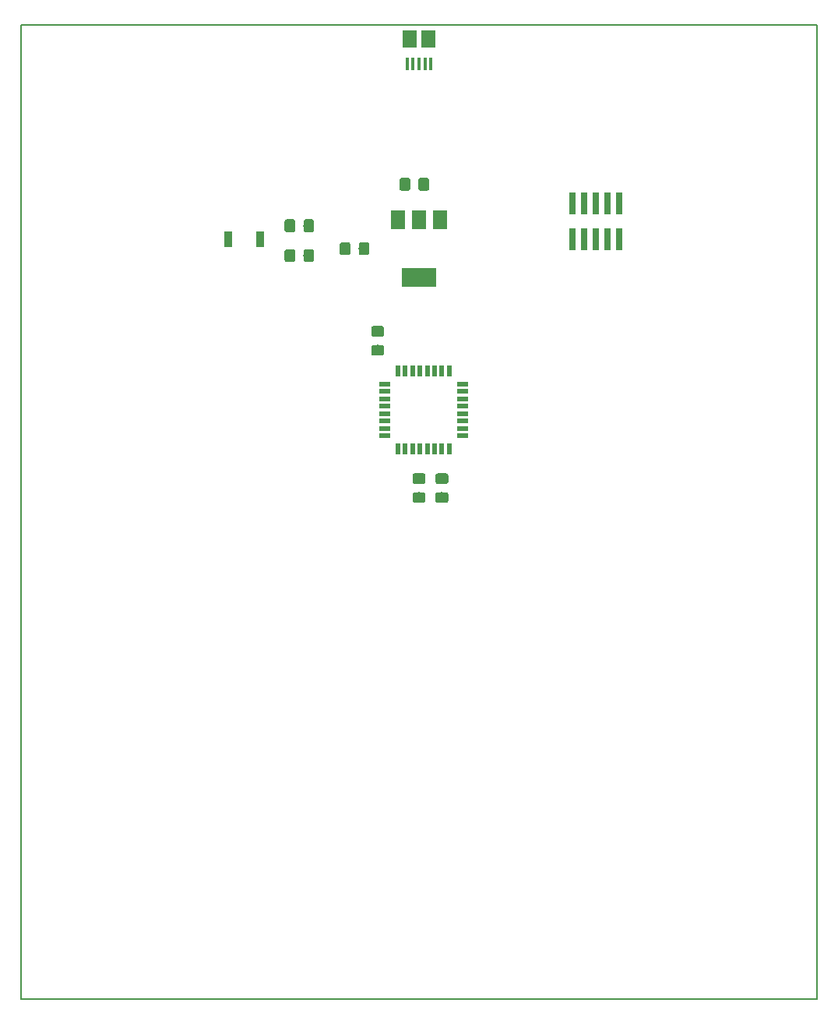
<source format=gbr>
%TF.GenerationSoftware,KiCad,Pcbnew,(5.0.2-5-10.14)*%
%TF.CreationDate,2019-04-08T21:19:03+10:00*%
%TF.ProjectId,macropod,6d616372-6f70-46f6-942e-6b696361645f,rev?*%
%TF.SameCoordinates,Original*%
%TF.FileFunction,Paste,Bot*%
%TF.FilePolarity,Positive*%
%FSLAX46Y46*%
G04 Gerber Fmt 4.6, Leading zero omitted, Abs format (unit mm)*
G04 Created by KiCad (PCBNEW (5.0.2-5-10.14)) date Monday, 08 April 2019 at 09:19:03 pm*
%MOMM*%
%LPD*%
G01*
G04 APERTURE LIST*
%ADD10C,0.150000*%
%ADD11C,1.150000*%
%ADD12R,1.500000X1.900000*%
%ADD13R,0.400000X1.350000*%
%ADD14R,0.740000X2.400000*%
%ADD15R,0.600000X1.200000*%
%ADD16R,1.200000X0.600000*%
%ADD17R,3.800000X2.000000*%
%ADD18R,1.500000X2.000000*%
%ADD19R,0.900000X1.700000*%
G04 APERTURE END LIST*
D10*
X29700000Y-28429951D02*
X29700000Y-134229951D01*
X29700000Y-134229951D02*
X116300000Y-134229951D01*
X116300000Y-28429951D02*
X116300000Y-134229951D01*
X29700000Y-28429951D02*
X116300000Y-28429951D01*
G36*
X73874505Y-45031155D02*
X73898773Y-45034755D01*
X73922572Y-45040716D01*
X73945671Y-45048981D01*
X73967850Y-45059471D01*
X73988893Y-45072083D01*
X74008599Y-45086698D01*
X74026777Y-45103174D01*
X74043253Y-45121352D01*
X74057868Y-45141058D01*
X74070480Y-45162101D01*
X74080970Y-45184280D01*
X74089235Y-45207379D01*
X74095196Y-45231178D01*
X74098796Y-45255446D01*
X74100000Y-45279950D01*
X74100000Y-46179952D01*
X74098796Y-46204456D01*
X74095196Y-46228724D01*
X74089235Y-46252523D01*
X74080970Y-46275622D01*
X74070480Y-46297801D01*
X74057868Y-46318844D01*
X74043253Y-46338550D01*
X74026777Y-46356728D01*
X74008599Y-46373204D01*
X73988893Y-46387819D01*
X73967850Y-46400431D01*
X73945671Y-46410921D01*
X73922572Y-46419186D01*
X73898773Y-46425147D01*
X73874505Y-46428747D01*
X73850001Y-46429951D01*
X73199999Y-46429951D01*
X73175495Y-46428747D01*
X73151227Y-46425147D01*
X73127428Y-46419186D01*
X73104329Y-46410921D01*
X73082150Y-46400431D01*
X73061107Y-46387819D01*
X73041401Y-46373204D01*
X73023223Y-46356728D01*
X73006747Y-46338550D01*
X72992132Y-46318844D01*
X72979520Y-46297801D01*
X72969030Y-46275622D01*
X72960765Y-46252523D01*
X72954804Y-46228724D01*
X72951204Y-46204456D01*
X72950000Y-46179952D01*
X72950000Y-45279950D01*
X72951204Y-45255446D01*
X72954804Y-45231178D01*
X72960765Y-45207379D01*
X72969030Y-45184280D01*
X72979520Y-45162101D01*
X72992132Y-45141058D01*
X73006747Y-45121352D01*
X73023223Y-45103174D01*
X73041401Y-45086698D01*
X73061107Y-45072083D01*
X73082150Y-45059471D01*
X73104329Y-45048981D01*
X73127428Y-45040716D01*
X73151227Y-45034755D01*
X73175495Y-45031155D01*
X73199999Y-45029951D01*
X73850001Y-45029951D01*
X73874505Y-45031155D01*
X73874505Y-45031155D01*
G37*
D11*
X73525000Y-45729951D03*
D10*
G36*
X71824505Y-45031155D02*
X71848773Y-45034755D01*
X71872572Y-45040716D01*
X71895671Y-45048981D01*
X71917850Y-45059471D01*
X71938893Y-45072083D01*
X71958599Y-45086698D01*
X71976777Y-45103174D01*
X71993253Y-45121352D01*
X72007868Y-45141058D01*
X72020480Y-45162101D01*
X72030970Y-45184280D01*
X72039235Y-45207379D01*
X72045196Y-45231178D01*
X72048796Y-45255446D01*
X72050000Y-45279950D01*
X72050000Y-46179952D01*
X72048796Y-46204456D01*
X72045196Y-46228724D01*
X72039235Y-46252523D01*
X72030970Y-46275622D01*
X72020480Y-46297801D01*
X72007868Y-46318844D01*
X71993253Y-46338550D01*
X71976777Y-46356728D01*
X71958599Y-46373204D01*
X71938893Y-46387819D01*
X71917850Y-46400431D01*
X71895671Y-46410921D01*
X71872572Y-46419186D01*
X71848773Y-46425147D01*
X71824505Y-46428747D01*
X71800001Y-46429951D01*
X71149999Y-46429951D01*
X71125495Y-46428747D01*
X71101227Y-46425147D01*
X71077428Y-46419186D01*
X71054329Y-46410921D01*
X71032150Y-46400431D01*
X71011107Y-46387819D01*
X70991401Y-46373204D01*
X70973223Y-46356728D01*
X70956747Y-46338550D01*
X70942132Y-46318844D01*
X70929520Y-46297801D01*
X70919030Y-46275622D01*
X70910765Y-46252523D01*
X70904804Y-46228724D01*
X70901204Y-46204456D01*
X70900000Y-46179952D01*
X70900000Y-45279950D01*
X70901204Y-45255446D01*
X70904804Y-45231178D01*
X70910765Y-45207379D01*
X70919030Y-45184280D01*
X70929520Y-45162101D01*
X70942132Y-45141058D01*
X70956747Y-45121352D01*
X70973223Y-45103174D01*
X70991401Y-45086698D01*
X71011107Y-45072083D01*
X71032150Y-45059471D01*
X71054329Y-45048981D01*
X71077428Y-45040716D01*
X71101227Y-45034755D01*
X71125495Y-45031155D01*
X71149999Y-45029951D01*
X71800001Y-45029951D01*
X71824505Y-45031155D01*
X71824505Y-45031155D01*
G37*
D11*
X71475000Y-45729951D03*
D10*
G36*
X67374505Y-52031155D02*
X67398773Y-52034755D01*
X67422572Y-52040716D01*
X67445671Y-52048981D01*
X67467850Y-52059471D01*
X67488893Y-52072083D01*
X67508599Y-52086698D01*
X67526777Y-52103174D01*
X67543253Y-52121352D01*
X67557868Y-52141058D01*
X67570480Y-52162101D01*
X67580970Y-52184280D01*
X67589235Y-52207379D01*
X67595196Y-52231178D01*
X67598796Y-52255446D01*
X67600000Y-52279950D01*
X67600000Y-53179952D01*
X67598796Y-53204456D01*
X67595196Y-53228724D01*
X67589235Y-53252523D01*
X67580970Y-53275622D01*
X67570480Y-53297801D01*
X67557868Y-53318844D01*
X67543253Y-53338550D01*
X67526777Y-53356728D01*
X67508599Y-53373204D01*
X67488893Y-53387819D01*
X67467850Y-53400431D01*
X67445671Y-53410921D01*
X67422572Y-53419186D01*
X67398773Y-53425147D01*
X67374505Y-53428747D01*
X67350001Y-53429951D01*
X66699999Y-53429951D01*
X66675495Y-53428747D01*
X66651227Y-53425147D01*
X66627428Y-53419186D01*
X66604329Y-53410921D01*
X66582150Y-53400431D01*
X66561107Y-53387819D01*
X66541401Y-53373204D01*
X66523223Y-53356728D01*
X66506747Y-53338550D01*
X66492132Y-53318844D01*
X66479520Y-53297801D01*
X66469030Y-53275622D01*
X66460765Y-53252523D01*
X66454804Y-53228724D01*
X66451204Y-53204456D01*
X66450000Y-53179952D01*
X66450000Y-52279950D01*
X66451204Y-52255446D01*
X66454804Y-52231178D01*
X66460765Y-52207379D01*
X66469030Y-52184280D01*
X66479520Y-52162101D01*
X66492132Y-52141058D01*
X66506747Y-52121352D01*
X66523223Y-52103174D01*
X66541401Y-52086698D01*
X66561107Y-52072083D01*
X66582150Y-52059471D01*
X66604329Y-52048981D01*
X66627428Y-52040716D01*
X66651227Y-52034755D01*
X66675495Y-52031155D01*
X66699999Y-52029951D01*
X67350001Y-52029951D01*
X67374505Y-52031155D01*
X67374505Y-52031155D01*
G37*
D11*
X67025000Y-52729951D03*
D10*
G36*
X65324505Y-52031155D02*
X65348773Y-52034755D01*
X65372572Y-52040716D01*
X65395671Y-52048981D01*
X65417850Y-52059471D01*
X65438893Y-52072083D01*
X65458599Y-52086698D01*
X65476777Y-52103174D01*
X65493253Y-52121352D01*
X65507868Y-52141058D01*
X65520480Y-52162101D01*
X65530970Y-52184280D01*
X65539235Y-52207379D01*
X65545196Y-52231178D01*
X65548796Y-52255446D01*
X65550000Y-52279950D01*
X65550000Y-53179952D01*
X65548796Y-53204456D01*
X65545196Y-53228724D01*
X65539235Y-53252523D01*
X65530970Y-53275622D01*
X65520480Y-53297801D01*
X65507868Y-53318844D01*
X65493253Y-53338550D01*
X65476777Y-53356728D01*
X65458599Y-53373204D01*
X65438893Y-53387819D01*
X65417850Y-53400431D01*
X65395671Y-53410921D01*
X65372572Y-53419186D01*
X65348773Y-53425147D01*
X65324505Y-53428747D01*
X65300001Y-53429951D01*
X64649999Y-53429951D01*
X64625495Y-53428747D01*
X64601227Y-53425147D01*
X64577428Y-53419186D01*
X64554329Y-53410921D01*
X64532150Y-53400431D01*
X64511107Y-53387819D01*
X64491401Y-53373204D01*
X64473223Y-53356728D01*
X64456747Y-53338550D01*
X64442132Y-53318844D01*
X64429520Y-53297801D01*
X64419030Y-53275622D01*
X64410765Y-53252523D01*
X64404804Y-53228724D01*
X64401204Y-53204456D01*
X64400000Y-53179952D01*
X64400000Y-52279950D01*
X64401204Y-52255446D01*
X64404804Y-52231178D01*
X64410765Y-52207379D01*
X64419030Y-52184280D01*
X64429520Y-52162101D01*
X64442132Y-52141058D01*
X64456747Y-52121352D01*
X64473223Y-52103174D01*
X64491401Y-52086698D01*
X64511107Y-52072083D01*
X64532150Y-52059471D01*
X64554329Y-52048981D01*
X64577428Y-52040716D01*
X64601227Y-52034755D01*
X64625495Y-52031155D01*
X64649999Y-52029951D01*
X65300001Y-52029951D01*
X65324505Y-52031155D01*
X65324505Y-52031155D01*
G37*
D11*
X64975000Y-52729951D03*
D10*
G36*
X75974505Y-77131155D02*
X75998773Y-77134755D01*
X76022572Y-77140716D01*
X76045671Y-77148981D01*
X76067850Y-77159471D01*
X76088893Y-77172083D01*
X76108599Y-77186698D01*
X76126777Y-77203174D01*
X76143253Y-77221352D01*
X76157868Y-77241058D01*
X76170480Y-77262101D01*
X76180970Y-77284280D01*
X76189235Y-77307379D01*
X76195196Y-77331178D01*
X76198796Y-77355446D01*
X76200000Y-77379950D01*
X76200000Y-78029952D01*
X76198796Y-78054456D01*
X76195196Y-78078724D01*
X76189235Y-78102523D01*
X76180970Y-78125622D01*
X76170480Y-78147801D01*
X76157868Y-78168844D01*
X76143253Y-78188550D01*
X76126777Y-78206728D01*
X76108599Y-78223204D01*
X76088893Y-78237819D01*
X76067850Y-78250431D01*
X76045671Y-78260921D01*
X76022572Y-78269186D01*
X75998773Y-78275147D01*
X75974505Y-78278747D01*
X75950001Y-78279951D01*
X75049999Y-78279951D01*
X75025495Y-78278747D01*
X75001227Y-78275147D01*
X74977428Y-78269186D01*
X74954329Y-78260921D01*
X74932150Y-78250431D01*
X74911107Y-78237819D01*
X74891401Y-78223204D01*
X74873223Y-78206728D01*
X74856747Y-78188550D01*
X74842132Y-78168844D01*
X74829520Y-78147801D01*
X74819030Y-78125622D01*
X74810765Y-78102523D01*
X74804804Y-78078724D01*
X74801204Y-78054456D01*
X74800000Y-78029952D01*
X74800000Y-77379950D01*
X74801204Y-77355446D01*
X74804804Y-77331178D01*
X74810765Y-77307379D01*
X74819030Y-77284280D01*
X74829520Y-77262101D01*
X74842132Y-77241058D01*
X74856747Y-77221352D01*
X74873223Y-77203174D01*
X74891401Y-77186698D01*
X74911107Y-77172083D01*
X74932150Y-77159471D01*
X74954329Y-77148981D01*
X74977428Y-77140716D01*
X75001227Y-77134755D01*
X75025495Y-77131155D01*
X75049999Y-77129951D01*
X75950001Y-77129951D01*
X75974505Y-77131155D01*
X75974505Y-77131155D01*
G37*
D11*
X75500000Y-77704951D03*
D10*
G36*
X75974505Y-79181155D02*
X75998773Y-79184755D01*
X76022572Y-79190716D01*
X76045671Y-79198981D01*
X76067850Y-79209471D01*
X76088893Y-79222083D01*
X76108599Y-79236698D01*
X76126777Y-79253174D01*
X76143253Y-79271352D01*
X76157868Y-79291058D01*
X76170480Y-79312101D01*
X76180970Y-79334280D01*
X76189235Y-79357379D01*
X76195196Y-79381178D01*
X76198796Y-79405446D01*
X76200000Y-79429950D01*
X76200000Y-80079952D01*
X76198796Y-80104456D01*
X76195196Y-80128724D01*
X76189235Y-80152523D01*
X76180970Y-80175622D01*
X76170480Y-80197801D01*
X76157868Y-80218844D01*
X76143253Y-80238550D01*
X76126777Y-80256728D01*
X76108599Y-80273204D01*
X76088893Y-80287819D01*
X76067850Y-80300431D01*
X76045671Y-80310921D01*
X76022572Y-80319186D01*
X75998773Y-80325147D01*
X75974505Y-80328747D01*
X75950001Y-80329951D01*
X75049999Y-80329951D01*
X75025495Y-80328747D01*
X75001227Y-80325147D01*
X74977428Y-80319186D01*
X74954329Y-80310921D01*
X74932150Y-80300431D01*
X74911107Y-80287819D01*
X74891401Y-80273204D01*
X74873223Y-80256728D01*
X74856747Y-80238550D01*
X74842132Y-80218844D01*
X74829520Y-80197801D01*
X74819030Y-80175622D01*
X74810765Y-80152523D01*
X74804804Y-80128724D01*
X74801204Y-80104456D01*
X74800000Y-80079952D01*
X74800000Y-79429950D01*
X74801204Y-79405446D01*
X74804804Y-79381178D01*
X74810765Y-79357379D01*
X74819030Y-79334280D01*
X74829520Y-79312101D01*
X74842132Y-79291058D01*
X74856747Y-79271352D01*
X74873223Y-79253174D01*
X74891401Y-79236698D01*
X74911107Y-79222083D01*
X74932150Y-79209471D01*
X74954329Y-79198981D01*
X74977428Y-79190716D01*
X75001227Y-79184755D01*
X75025495Y-79181155D01*
X75049999Y-79179951D01*
X75950001Y-79179951D01*
X75974505Y-79181155D01*
X75974505Y-79181155D01*
G37*
D11*
X75500000Y-79754951D03*
D10*
G36*
X68974505Y-63181155D02*
X68998773Y-63184755D01*
X69022572Y-63190716D01*
X69045671Y-63198981D01*
X69067850Y-63209471D01*
X69088893Y-63222083D01*
X69108599Y-63236698D01*
X69126777Y-63253174D01*
X69143253Y-63271352D01*
X69157868Y-63291058D01*
X69170480Y-63312101D01*
X69180970Y-63334280D01*
X69189235Y-63357379D01*
X69195196Y-63381178D01*
X69198796Y-63405446D01*
X69200000Y-63429950D01*
X69200000Y-64079952D01*
X69198796Y-64104456D01*
X69195196Y-64128724D01*
X69189235Y-64152523D01*
X69180970Y-64175622D01*
X69170480Y-64197801D01*
X69157868Y-64218844D01*
X69143253Y-64238550D01*
X69126777Y-64256728D01*
X69108599Y-64273204D01*
X69088893Y-64287819D01*
X69067850Y-64300431D01*
X69045671Y-64310921D01*
X69022572Y-64319186D01*
X68998773Y-64325147D01*
X68974505Y-64328747D01*
X68950001Y-64329951D01*
X68049999Y-64329951D01*
X68025495Y-64328747D01*
X68001227Y-64325147D01*
X67977428Y-64319186D01*
X67954329Y-64310921D01*
X67932150Y-64300431D01*
X67911107Y-64287819D01*
X67891401Y-64273204D01*
X67873223Y-64256728D01*
X67856747Y-64238550D01*
X67842132Y-64218844D01*
X67829520Y-64197801D01*
X67819030Y-64175622D01*
X67810765Y-64152523D01*
X67804804Y-64128724D01*
X67801204Y-64104456D01*
X67800000Y-64079952D01*
X67800000Y-63429950D01*
X67801204Y-63405446D01*
X67804804Y-63381178D01*
X67810765Y-63357379D01*
X67819030Y-63334280D01*
X67829520Y-63312101D01*
X67842132Y-63291058D01*
X67856747Y-63271352D01*
X67873223Y-63253174D01*
X67891401Y-63236698D01*
X67911107Y-63222083D01*
X67932150Y-63209471D01*
X67954329Y-63198981D01*
X67977428Y-63190716D01*
X68001227Y-63184755D01*
X68025495Y-63181155D01*
X68049999Y-63179951D01*
X68950001Y-63179951D01*
X68974505Y-63181155D01*
X68974505Y-63181155D01*
G37*
D11*
X68500000Y-63754951D03*
D10*
G36*
X68974505Y-61131155D02*
X68998773Y-61134755D01*
X69022572Y-61140716D01*
X69045671Y-61148981D01*
X69067850Y-61159471D01*
X69088893Y-61172083D01*
X69108599Y-61186698D01*
X69126777Y-61203174D01*
X69143253Y-61221352D01*
X69157868Y-61241058D01*
X69170480Y-61262101D01*
X69180970Y-61284280D01*
X69189235Y-61307379D01*
X69195196Y-61331178D01*
X69198796Y-61355446D01*
X69200000Y-61379950D01*
X69200000Y-62029952D01*
X69198796Y-62054456D01*
X69195196Y-62078724D01*
X69189235Y-62102523D01*
X69180970Y-62125622D01*
X69170480Y-62147801D01*
X69157868Y-62168844D01*
X69143253Y-62188550D01*
X69126777Y-62206728D01*
X69108599Y-62223204D01*
X69088893Y-62237819D01*
X69067850Y-62250431D01*
X69045671Y-62260921D01*
X69022572Y-62269186D01*
X68998773Y-62275147D01*
X68974505Y-62278747D01*
X68950001Y-62279951D01*
X68049999Y-62279951D01*
X68025495Y-62278747D01*
X68001227Y-62275147D01*
X67977428Y-62269186D01*
X67954329Y-62260921D01*
X67932150Y-62250431D01*
X67911107Y-62237819D01*
X67891401Y-62223204D01*
X67873223Y-62206728D01*
X67856747Y-62188550D01*
X67842132Y-62168844D01*
X67829520Y-62147801D01*
X67819030Y-62125622D01*
X67810765Y-62102523D01*
X67804804Y-62078724D01*
X67801204Y-62054456D01*
X67800000Y-62029952D01*
X67800000Y-61379950D01*
X67801204Y-61355446D01*
X67804804Y-61331178D01*
X67810765Y-61307379D01*
X67819030Y-61284280D01*
X67829520Y-61262101D01*
X67842132Y-61241058D01*
X67856747Y-61221352D01*
X67873223Y-61203174D01*
X67891401Y-61186698D01*
X67911107Y-61172083D01*
X67932150Y-61159471D01*
X67954329Y-61148981D01*
X67977428Y-61140716D01*
X68001227Y-61134755D01*
X68025495Y-61131155D01*
X68049999Y-61129951D01*
X68950001Y-61129951D01*
X68974505Y-61131155D01*
X68974505Y-61131155D01*
G37*
D11*
X68500000Y-61704951D03*
D12*
X72000000Y-29922451D03*
D13*
X73000000Y-32622451D03*
X73650000Y-32622451D03*
X74300000Y-32622451D03*
X71700000Y-32622451D03*
X72350000Y-32622451D03*
D12*
X74000000Y-29922451D03*
D14*
X94780000Y-51690000D03*
X94780000Y-47790000D03*
X93510000Y-51690000D03*
X93510000Y-47790000D03*
X92240000Y-51690000D03*
X92240000Y-47790000D03*
X90970000Y-51690000D03*
X90970000Y-47790000D03*
X89700000Y-51690000D03*
X89700000Y-47790000D03*
D15*
X76300000Y-74479951D03*
X75500000Y-74479951D03*
X74700000Y-74479951D03*
X73900000Y-74479951D03*
X73100000Y-74479951D03*
X72300000Y-74479951D03*
X71500000Y-74479951D03*
X70700000Y-74479951D03*
D16*
X69250000Y-73029951D03*
X69250000Y-72229951D03*
X69250000Y-71429951D03*
X69250000Y-70629951D03*
X69250000Y-69829951D03*
X69250000Y-69029951D03*
X69250000Y-68229951D03*
X69250000Y-67429951D03*
D15*
X70700000Y-65979951D03*
X71500000Y-65979951D03*
X72300000Y-65979951D03*
X73100000Y-65979951D03*
X73900000Y-65979951D03*
X74700000Y-65979951D03*
X75500000Y-65979951D03*
X76300000Y-65979951D03*
D16*
X77750000Y-67429951D03*
X77750000Y-68229951D03*
X77750000Y-69029951D03*
X77750000Y-69829951D03*
X77750000Y-70629951D03*
X77750000Y-71429951D03*
X77750000Y-72229951D03*
X77750000Y-73029951D03*
D17*
X73000000Y-55879951D03*
D18*
X73000000Y-49579951D03*
X75300000Y-49579951D03*
X70700000Y-49579951D03*
D10*
G36*
X73474505Y-77131155D02*
X73498773Y-77134755D01*
X73522572Y-77140716D01*
X73545671Y-77148981D01*
X73567850Y-77159471D01*
X73588893Y-77172083D01*
X73608599Y-77186698D01*
X73626777Y-77203174D01*
X73643253Y-77221352D01*
X73657868Y-77241058D01*
X73670480Y-77262101D01*
X73680970Y-77284280D01*
X73689235Y-77307379D01*
X73695196Y-77331178D01*
X73698796Y-77355446D01*
X73700000Y-77379950D01*
X73700000Y-78029952D01*
X73698796Y-78054456D01*
X73695196Y-78078724D01*
X73689235Y-78102523D01*
X73680970Y-78125622D01*
X73670480Y-78147801D01*
X73657868Y-78168844D01*
X73643253Y-78188550D01*
X73626777Y-78206728D01*
X73608599Y-78223204D01*
X73588893Y-78237819D01*
X73567850Y-78250431D01*
X73545671Y-78260921D01*
X73522572Y-78269186D01*
X73498773Y-78275147D01*
X73474505Y-78278747D01*
X73450001Y-78279951D01*
X72549999Y-78279951D01*
X72525495Y-78278747D01*
X72501227Y-78275147D01*
X72477428Y-78269186D01*
X72454329Y-78260921D01*
X72432150Y-78250431D01*
X72411107Y-78237819D01*
X72391401Y-78223204D01*
X72373223Y-78206728D01*
X72356747Y-78188550D01*
X72342132Y-78168844D01*
X72329520Y-78147801D01*
X72319030Y-78125622D01*
X72310765Y-78102523D01*
X72304804Y-78078724D01*
X72301204Y-78054456D01*
X72300000Y-78029952D01*
X72300000Y-77379950D01*
X72301204Y-77355446D01*
X72304804Y-77331178D01*
X72310765Y-77307379D01*
X72319030Y-77284280D01*
X72329520Y-77262101D01*
X72342132Y-77241058D01*
X72356747Y-77221352D01*
X72373223Y-77203174D01*
X72391401Y-77186698D01*
X72411107Y-77172083D01*
X72432150Y-77159471D01*
X72454329Y-77148981D01*
X72477428Y-77140716D01*
X72501227Y-77134755D01*
X72525495Y-77131155D01*
X72549999Y-77129951D01*
X73450001Y-77129951D01*
X73474505Y-77131155D01*
X73474505Y-77131155D01*
G37*
D11*
X73000000Y-77704951D03*
D10*
G36*
X73474505Y-79181155D02*
X73498773Y-79184755D01*
X73522572Y-79190716D01*
X73545671Y-79198981D01*
X73567850Y-79209471D01*
X73588893Y-79222083D01*
X73608599Y-79236698D01*
X73626777Y-79253174D01*
X73643253Y-79271352D01*
X73657868Y-79291058D01*
X73670480Y-79312101D01*
X73680970Y-79334280D01*
X73689235Y-79357379D01*
X73695196Y-79381178D01*
X73698796Y-79405446D01*
X73700000Y-79429950D01*
X73700000Y-80079952D01*
X73698796Y-80104456D01*
X73695196Y-80128724D01*
X73689235Y-80152523D01*
X73680970Y-80175622D01*
X73670480Y-80197801D01*
X73657868Y-80218844D01*
X73643253Y-80238550D01*
X73626777Y-80256728D01*
X73608599Y-80273204D01*
X73588893Y-80287819D01*
X73567850Y-80300431D01*
X73545671Y-80310921D01*
X73522572Y-80319186D01*
X73498773Y-80325147D01*
X73474505Y-80328747D01*
X73450001Y-80329951D01*
X72549999Y-80329951D01*
X72525495Y-80328747D01*
X72501227Y-80325147D01*
X72477428Y-80319186D01*
X72454329Y-80310921D01*
X72432150Y-80300431D01*
X72411107Y-80287819D01*
X72391401Y-80273204D01*
X72373223Y-80256728D01*
X72356747Y-80238550D01*
X72342132Y-80218844D01*
X72329520Y-80197801D01*
X72319030Y-80175622D01*
X72310765Y-80152523D01*
X72304804Y-80128724D01*
X72301204Y-80104456D01*
X72300000Y-80079952D01*
X72300000Y-79429950D01*
X72301204Y-79405446D01*
X72304804Y-79381178D01*
X72310765Y-79357379D01*
X72319030Y-79334280D01*
X72329520Y-79312101D01*
X72342132Y-79291058D01*
X72356747Y-79271352D01*
X72373223Y-79253174D01*
X72391401Y-79236698D01*
X72411107Y-79222083D01*
X72432150Y-79209471D01*
X72454329Y-79198981D01*
X72477428Y-79190716D01*
X72501227Y-79184755D01*
X72525495Y-79181155D01*
X72549999Y-79179951D01*
X73450001Y-79179951D01*
X73474505Y-79181155D01*
X73474505Y-79181155D01*
G37*
D11*
X73000000Y-79754951D03*
D10*
G36*
X61374505Y-52781155D02*
X61398773Y-52784755D01*
X61422572Y-52790716D01*
X61445671Y-52798981D01*
X61467850Y-52809471D01*
X61488893Y-52822083D01*
X61508599Y-52836698D01*
X61526777Y-52853174D01*
X61543253Y-52871352D01*
X61557868Y-52891058D01*
X61570480Y-52912101D01*
X61580970Y-52934280D01*
X61589235Y-52957379D01*
X61595196Y-52981178D01*
X61598796Y-53005446D01*
X61600000Y-53029950D01*
X61600000Y-53929952D01*
X61598796Y-53954456D01*
X61595196Y-53978724D01*
X61589235Y-54002523D01*
X61580970Y-54025622D01*
X61570480Y-54047801D01*
X61557868Y-54068844D01*
X61543253Y-54088550D01*
X61526777Y-54106728D01*
X61508599Y-54123204D01*
X61488893Y-54137819D01*
X61467850Y-54150431D01*
X61445671Y-54160921D01*
X61422572Y-54169186D01*
X61398773Y-54175147D01*
X61374505Y-54178747D01*
X61350001Y-54179951D01*
X60699999Y-54179951D01*
X60675495Y-54178747D01*
X60651227Y-54175147D01*
X60627428Y-54169186D01*
X60604329Y-54160921D01*
X60582150Y-54150431D01*
X60561107Y-54137819D01*
X60541401Y-54123204D01*
X60523223Y-54106728D01*
X60506747Y-54088550D01*
X60492132Y-54068844D01*
X60479520Y-54047801D01*
X60469030Y-54025622D01*
X60460765Y-54002523D01*
X60454804Y-53978724D01*
X60451204Y-53954456D01*
X60450000Y-53929952D01*
X60450000Y-53029950D01*
X60451204Y-53005446D01*
X60454804Y-52981178D01*
X60460765Y-52957379D01*
X60469030Y-52934280D01*
X60479520Y-52912101D01*
X60492132Y-52891058D01*
X60506747Y-52871352D01*
X60523223Y-52853174D01*
X60541401Y-52836698D01*
X60561107Y-52822083D01*
X60582150Y-52809471D01*
X60604329Y-52798981D01*
X60627428Y-52790716D01*
X60651227Y-52784755D01*
X60675495Y-52781155D01*
X60699999Y-52779951D01*
X61350001Y-52779951D01*
X61374505Y-52781155D01*
X61374505Y-52781155D01*
G37*
D11*
X61025000Y-53479951D03*
D10*
G36*
X59324505Y-52781155D02*
X59348773Y-52784755D01*
X59372572Y-52790716D01*
X59395671Y-52798981D01*
X59417850Y-52809471D01*
X59438893Y-52822083D01*
X59458599Y-52836698D01*
X59476777Y-52853174D01*
X59493253Y-52871352D01*
X59507868Y-52891058D01*
X59520480Y-52912101D01*
X59530970Y-52934280D01*
X59539235Y-52957379D01*
X59545196Y-52981178D01*
X59548796Y-53005446D01*
X59550000Y-53029950D01*
X59550000Y-53929952D01*
X59548796Y-53954456D01*
X59545196Y-53978724D01*
X59539235Y-54002523D01*
X59530970Y-54025622D01*
X59520480Y-54047801D01*
X59507868Y-54068844D01*
X59493253Y-54088550D01*
X59476777Y-54106728D01*
X59458599Y-54123204D01*
X59438893Y-54137819D01*
X59417850Y-54150431D01*
X59395671Y-54160921D01*
X59372572Y-54169186D01*
X59348773Y-54175147D01*
X59324505Y-54178747D01*
X59300001Y-54179951D01*
X58649999Y-54179951D01*
X58625495Y-54178747D01*
X58601227Y-54175147D01*
X58577428Y-54169186D01*
X58554329Y-54160921D01*
X58532150Y-54150431D01*
X58511107Y-54137819D01*
X58491401Y-54123204D01*
X58473223Y-54106728D01*
X58456747Y-54088550D01*
X58442132Y-54068844D01*
X58429520Y-54047801D01*
X58419030Y-54025622D01*
X58410765Y-54002523D01*
X58404804Y-53978724D01*
X58401204Y-53954456D01*
X58400000Y-53929952D01*
X58400000Y-53029950D01*
X58401204Y-53005446D01*
X58404804Y-52981178D01*
X58410765Y-52957379D01*
X58419030Y-52934280D01*
X58429520Y-52912101D01*
X58442132Y-52891058D01*
X58456747Y-52871352D01*
X58473223Y-52853174D01*
X58491401Y-52836698D01*
X58511107Y-52822083D01*
X58532150Y-52809471D01*
X58554329Y-52798981D01*
X58577428Y-52790716D01*
X58601227Y-52784755D01*
X58625495Y-52781155D01*
X58649999Y-52779951D01*
X59300001Y-52779951D01*
X59324505Y-52781155D01*
X59324505Y-52781155D01*
G37*
D11*
X58975000Y-53479951D03*
D10*
G36*
X61374505Y-49531155D02*
X61398773Y-49534755D01*
X61422572Y-49540716D01*
X61445671Y-49548981D01*
X61467850Y-49559471D01*
X61488893Y-49572083D01*
X61508599Y-49586698D01*
X61526777Y-49603174D01*
X61543253Y-49621352D01*
X61557868Y-49641058D01*
X61570480Y-49662101D01*
X61580970Y-49684280D01*
X61589235Y-49707379D01*
X61595196Y-49731178D01*
X61598796Y-49755446D01*
X61600000Y-49779950D01*
X61600000Y-50679952D01*
X61598796Y-50704456D01*
X61595196Y-50728724D01*
X61589235Y-50752523D01*
X61580970Y-50775622D01*
X61570480Y-50797801D01*
X61557868Y-50818844D01*
X61543253Y-50838550D01*
X61526777Y-50856728D01*
X61508599Y-50873204D01*
X61488893Y-50887819D01*
X61467850Y-50900431D01*
X61445671Y-50910921D01*
X61422572Y-50919186D01*
X61398773Y-50925147D01*
X61374505Y-50928747D01*
X61350001Y-50929951D01*
X60699999Y-50929951D01*
X60675495Y-50928747D01*
X60651227Y-50925147D01*
X60627428Y-50919186D01*
X60604329Y-50910921D01*
X60582150Y-50900431D01*
X60561107Y-50887819D01*
X60541401Y-50873204D01*
X60523223Y-50856728D01*
X60506747Y-50838550D01*
X60492132Y-50818844D01*
X60479520Y-50797801D01*
X60469030Y-50775622D01*
X60460765Y-50752523D01*
X60454804Y-50728724D01*
X60451204Y-50704456D01*
X60450000Y-50679952D01*
X60450000Y-49779950D01*
X60451204Y-49755446D01*
X60454804Y-49731178D01*
X60460765Y-49707379D01*
X60469030Y-49684280D01*
X60479520Y-49662101D01*
X60492132Y-49641058D01*
X60506747Y-49621352D01*
X60523223Y-49603174D01*
X60541401Y-49586698D01*
X60561107Y-49572083D01*
X60582150Y-49559471D01*
X60604329Y-49548981D01*
X60627428Y-49540716D01*
X60651227Y-49534755D01*
X60675495Y-49531155D01*
X60699999Y-49529951D01*
X61350001Y-49529951D01*
X61374505Y-49531155D01*
X61374505Y-49531155D01*
G37*
D11*
X61025000Y-50229951D03*
D10*
G36*
X59324505Y-49531155D02*
X59348773Y-49534755D01*
X59372572Y-49540716D01*
X59395671Y-49548981D01*
X59417850Y-49559471D01*
X59438893Y-49572083D01*
X59458599Y-49586698D01*
X59476777Y-49603174D01*
X59493253Y-49621352D01*
X59507868Y-49641058D01*
X59520480Y-49662101D01*
X59530970Y-49684280D01*
X59539235Y-49707379D01*
X59545196Y-49731178D01*
X59548796Y-49755446D01*
X59550000Y-49779950D01*
X59550000Y-50679952D01*
X59548796Y-50704456D01*
X59545196Y-50728724D01*
X59539235Y-50752523D01*
X59530970Y-50775622D01*
X59520480Y-50797801D01*
X59507868Y-50818844D01*
X59493253Y-50838550D01*
X59476777Y-50856728D01*
X59458599Y-50873204D01*
X59438893Y-50887819D01*
X59417850Y-50900431D01*
X59395671Y-50910921D01*
X59372572Y-50919186D01*
X59348773Y-50925147D01*
X59324505Y-50928747D01*
X59300001Y-50929951D01*
X58649999Y-50929951D01*
X58625495Y-50928747D01*
X58601227Y-50925147D01*
X58577428Y-50919186D01*
X58554329Y-50910921D01*
X58532150Y-50900431D01*
X58511107Y-50887819D01*
X58491401Y-50873204D01*
X58473223Y-50856728D01*
X58456747Y-50838550D01*
X58442132Y-50818844D01*
X58429520Y-50797801D01*
X58419030Y-50775622D01*
X58410765Y-50752523D01*
X58404804Y-50728724D01*
X58401204Y-50704456D01*
X58400000Y-50679952D01*
X58400000Y-49779950D01*
X58401204Y-49755446D01*
X58404804Y-49731178D01*
X58410765Y-49707379D01*
X58419030Y-49684280D01*
X58429520Y-49662101D01*
X58442132Y-49641058D01*
X58456747Y-49621352D01*
X58473223Y-49603174D01*
X58491401Y-49586698D01*
X58511107Y-49572083D01*
X58532150Y-49559471D01*
X58554329Y-49548981D01*
X58577428Y-49540716D01*
X58601227Y-49534755D01*
X58625495Y-49531155D01*
X58649999Y-49529951D01*
X59300001Y-49529951D01*
X59324505Y-49531155D01*
X59324505Y-49531155D01*
G37*
D11*
X58975000Y-50229951D03*
D19*
X52300000Y-51729951D03*
X55700000Y-51729951D03*
M02*

</source>
